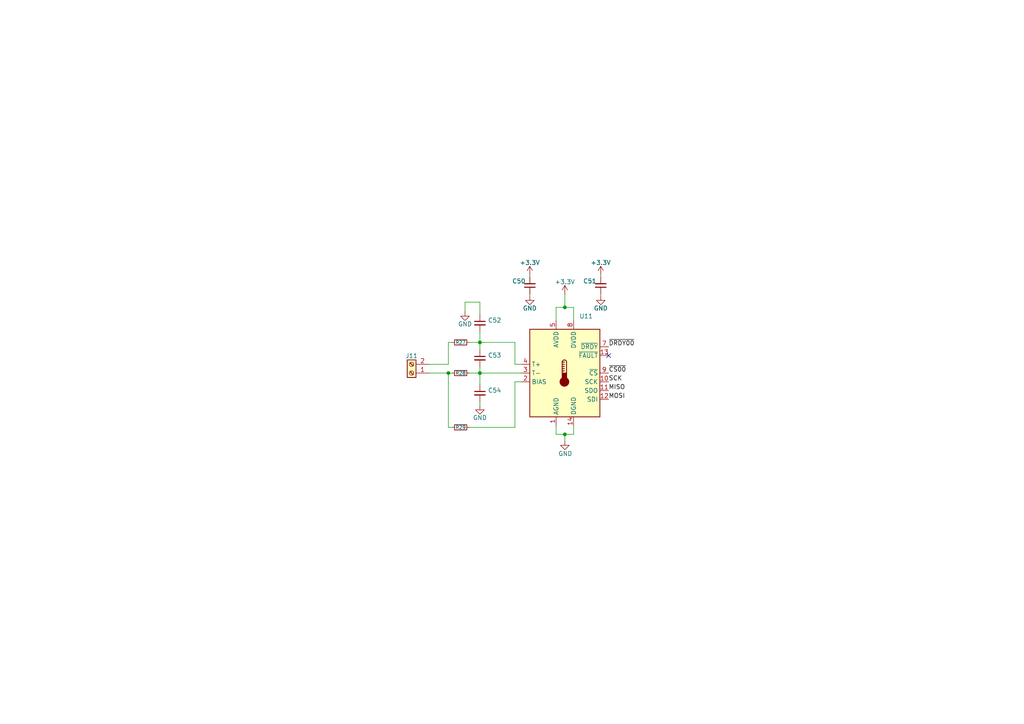
<source format=kicad_sch>
(kicad_sch (version 20211123) (generator eeschema)
  (paper "A4")
  (lib_symbols
    (symbol "Connector:Screw_Terminal_01x02" (pin_names (offset 1.016) hide)
      (property "Reference" "J" (at 0 2.54 0))
      (property "Value" "Screw_Terminal_01x02" (at 0 -5.08 0))
      (symbol "Screw_Terminal_01x02_1_1"
        (rectangle (start -1.27 1.27) (end 1.27 -3.81) (stroke (width 0.254)) (fill (type background)))
        (circle (center 0 -2.54) (radius 0.635) (stroke (width 0.1524)))
        (polyline (pts (xy -0.5334 -2.2098) (xy 0.3302 -3.048)) (stroke (width 0.1524)))
        (polyline (pts (xy -0.5334 0.3302) (xy 0.3302 -0.508)) (stroke (width 0.1524)))
        (polyline (pts (xy -0.3556 -2.032) (xy 0.508 -2.8702)) (stroke (width 0.1524)))
        (polyline (pts (xy -0.3556 0.508) (xy 0.508 -0.3302)) (stroke (width 0.1524)))
        (circle (center 0 0) (radius 0.635) (stroke (width 0.1524)))
        (pin passive line (at -5.08 0 0) (length 3.81) (name "Pin_1") (number "1"))
        (pin passive line (at -5.08 -2.54 0) (length 3.81) (name "Pin_2") (number "2"))
      )
    )
    (symbol "Device:C_Small" (pin_numbers hide) (pin_names (offset 0.254) hide)
      (property "Reference" "C" (at 0.254 1.778 0))
      (property "Value" "C_Small" (at 0.254 -2.032 0))
      (symbol "C_Small_0_1"
        (polyline (pts (xy -1.524 -0.508) (xy 1.524 -0.508)) (stroke (width 0.3302)))
        (polyline (pts (xy -1.524 0.508) (xy 1.524 0.508)) (stroke (width 0.3048)))
      )
      (symbol "C_Small_1_1"
        (pin passive line (at 0 2.54 270) (length 2.032) (name "~") (number "1"))
        (pin passive line (at 0 -2.54 90) (length 2.032) (name "~") (number "2"))
      )
    )
    (symbol "Device:R_Small" (pin_numbers hide) (pin_names (offset 0.254) hide)
      (property "Reference" "R" (at 0.762 0.508 0))
      (property "Value" "R_Small" (at 0.762 -1.016 0))
      (symbol "R_Small_0_1"
        (rectangle (start -0.762 1.778) (end 0.762 -1.778) (stroke (width 0.2032)))
      )
      (symbol "R_Small_1_1"
        (pin passive line (at 0 2.54 270) (length 0.762) (name "~") (number "1"))
        (pin passive line (at 0 -2.54 90) (length 0.762) (name "~") (number "2"))
      )
    )
    (symbol "Sensor_Temperature:MAX31856"
      (property "Reference" "U" (at -7.62 13.97 0))
      (property "Value" "MAX31856" (at 13.97 13.97 0))
      (symbol "MAX31856_0_1"
        (rectangle (start -10.16 12.7) (end 10.16 -12.7) (stroke (width 0.254)) (fill (type background)))
        (circle (center -0.127 -2.54) (radius 1.27) (stroke (width 0.254)) (fill (type outline)))
        (polyline (pts (xy -0.762 0.635) (xy -0.127 0.635)) (stroke (width 0.254)))
        (polyline (pts (xy -0.762 1.27) (xy -0.127 1.27)) (stroke (width 0.254)))
        (polyline (pts (xy -0.762 1.905) (xy -0.127 1.905)) (stroke (width 0.254)))
        (polyline (pts (xy -0.762 2.54) (xy -0.127 2.54)) (stroke (width 0.254)))
        (polyline (pts (xy -0.762 3.175) (xy -0.762 0)) (stroke (width 0.254)))
        (polyline (pts (xy -0.762 3.175) (xy -0.127 3.175)) (stroke (width 0.254)))
        (polyline (pts (xy 0.508 3.175) (xy 0.508 0)) (stroke (width 0.254)))
        (rectangle (start 0.508 -1.905) (end -0.762 0) (stroke (width 0.254)) (fill (type outline)))
        (arc (start 0.508 3.175) (mid -0.127 3.81) (end -0.762 3.175) (stroke (width 0.254)))
      )
      (symbol "MAX31856_1_1"
        (pin power_in line (at -2.54 -15.24 90) (length 2.54) (name "AGND") (number "1"))
        (pin input line (at 12.7 -2.54 180) (length 2.54) (name "SCK") (number "10"))
        (pin output line (at 12.7 -5.08 180) (length 2.54) (name "SDO") (number "11"))
        (pin input line (at 12.7 -7.62 180) (length 2.54) (name "SDI") (number "12"))
        (pin output line (at 12.7 5.08 180) (length 2.54) (name "~{FAULT}") (number "13"))
        (pin power_in line (at 2.54 -15.24 90) (length 2.54) (name "DGND") (number "14"))
        (pin input line (at -12.7 -2.54 0) (length 2.54) (name "BIAS") (number "2"))
        (pin input line (at -12.7 0 0) (length 2.54) (name "T-") (number "3"))
        (pin input line (at -12.7 2.54 0) (length 2.54) (name "T+") (number "4"))
        (pin power_in line (at -2.54 15.24 270) (length 2.54) (name "AVDD") (number "5"))
        (pin no_connect line (at -10.16 -7.62 0) (length 2.54) hide (name "DNC") (number "6"))
        (pin output line (at 12.7 7.62 180) (length 2.54) (name "~{DRDY}") (number "7"))
        (pin power_in line (at 2.54 15.24 270) (length 2.54) (name "DVDD") (number "8"))
        (pin input line (at 12.7 0 180) (length 2.54) (name "~{CS}") (number "9"))
      )
    )
    (symbol "power:+3.3V" (power) (pin_names (offset 0))
      (property "Value" "+3.3V" (at 0 3.556 0))
      (symbol "+3.3V_0_1"
        (polyline (pts (xy -0.762 1.27) (xy 0 2.54)))
        (polyline (pts (xy 0 0) (xy 0 2.54)))
        (polyline (pts (xy 0 2.54) (xy 0.762 1.27)))
      )
      (symbol "+3.3V_1_1"
        (pin power_in line (at 0 0 90) (length 0) hide (name "+3.3V") (number "1"))
      )
    )
    (symbol "power:GND" (power) (pin_names (offset 0))
      (property "Value" "GND" (at 0 -3.81 0))
      (symbol "GND_0_1"
        (polyline (pts (xy 0 0) (xy 0 -1.27) (xy 1.27 -1.27) (xy 0 -2.54) (xy -1.27 -1.27) (xy 0 -1.27)))
      )
      (symbol "GND_1_1"
        (pin power_in line (at 0 0 270) (length 0) hide (name "GND") (number "1"))
      )
    )
  )
  (junction (at 130.048 108.204))
  (junction (at 163.83 125.984))
  (junction (at 139.192 108.204))
  (junction (at 139.192 99.314))
  (junction (at 163.83 89.154))
  (no_connect (at 176.53 103.124))
  (wire (pts (xy 163.83 89.154) (xy 166.37 89.154)))
  (wire (pts (xy 163.83 85.344) (xy 163.83 89.154)))
  (wire (pts (xy 130.048 99.314) (xy 131.064 99.314)))
  (wire (pts (xy 130.048 123.952) (xy 131.064 123.952)))
  (wire (pts (xy 139.192 116.586) (xy 139.192 117.602)))
  (wire (pts (xy 139.192 108.204) (xy 139.192 111.506)))
  (wire (pts (xy 139.192 108.204) (xy 151.13 108.204)))
  (wire (pts (xy 151.13 105.664) (xy 149.352 105.664)))
  (wire (pts (xy 174.244 79.756) (xy 174.244 80.264)))
  (wire (pts (xy 149.352 105.664) (xy 149.352 99.314)))
  (wire (pts (xy 149.352 123.952) (xy 136.144 123.952)))
  (wire (pts (xy 153.67 85.344) (xy 153.67 85.852)))
  (wire (pts (xy 124.46 108.204) (xy 130.048 108.204)))
  (wire (pts (xy 163.83 125.984) (xy 163.83 127.889)))
  (wire (pts (xy 124.46 105.664) (xy 130.048 105.664)))
  (wire (pts (xy 149.352 110.744) (xy 149.352 123.952)))
  (wire (pts (xy 136.144 108.204) (xy 139.192 108.204)))
  (wire (pts (xy 139.192 99.314) (xy 139.192 101.346)))
  (wire (pts (xy 130.048 108.204) (xy 131.064 108.204)))
  (wire (pts (xy 134.874 87.63) (xy 134.874 90.424)))
  (wire (pts (xy 130.048 108.204) (xy 130.048 123.952)))
  (wire (pts (xy 161.29 92.964) (xy 161.29 89.154)))
  (wire (pts (xy 139.192 106.426) (xy 139.192 108.204)))
  (wire (pts (xy 139.192 87.63) (xy 134.874 87.63)))
  (wire (pts (xy 139.192 96.266) (xy 139.192 99.314)))
  (wire (pts (xy 136.144 99.314) (xy 139.192 99.314)))
  (wire (pts (xy 130.048 99.314) (xy 130.048 105.664)))
  (wire (pts (xy 174.244 85.344) (xy 174.244 85.852)))
  (wire (pts (xy 166.37 89.154) (xy 166.37 92.964)))
  (wire (pts (xy 166.37 125.984) (xy 166.37 123.444)))
  (wire (pts (xy 161.29 123.444) (xy 161.29 125.984)))
  (wire (pts (xy 151.13 110.744) (xy 149.352 110.744)))
  (wire (pts (xy 163.83 125.984) (xy 166.37 125.984)))
  (wire (pts (xy 139.192 91.186) (xy 139.192 87.63)))
  (wire (pts (xy 161.29 89.154) (xy 163.83 89.154)))
  (wire (pts (xy 161.29 125.984) (xy 163.83 125.984)))
  (wire (pts (xy 153.67 79.756) (xy 153.67 80.264)))
  (wire (pts (xy 149.352 99.314) (xy 139.192 99.314)))
  (label "~{CS00}" (at 176.53 108.204 0))
  (label "SCK" (at 176.53 110.744 0))
  (label "MISO" (at 176.53 113.284 0))
  (label "MOSI" (at 176.53 115.824 0))
  (label "~{DRDY00}" (at 176.53 100.584 0))
  (symbol (lib_id "power:GND") (at 153.67 85.852 0) (mirror y) (unit 1)
    (property "Reference" "#PWR083" (effects hide))
  )
  (symbol (lib_id "power:GND") (at 134.874 90.424 0) (mirror y) (unit 1)
    (property "Reference" "#PWR085" (effects hide))
  )
  (symbol (lib_id "Device:R_Small") (at 133.604 108.204 90) (unit 1)
    (property "Reference" "R28" (at 133.604 108.204 90) (effects (font (size 1 1))))
  )
  (symbol (lib_id "Sensor_Temperature:MAX31856") (at 163.83 108.204 0) (unit 1)
    (property "Reference" "U11" (at 168.021 91.6971 0) (effects (justify left)))
    (property "Datasheet" "https://datasheets.maximintegrated.com/en/ds/MAX31856.pdf" (effects hide))
  )
  (symbol (lib_id "Connector:Screw_Terminal_01x02") (at 119.38 108.204 180) (unit 1)
    (property "Reference" "J11" (at 119.38 103.2312 0))
  )
  (symbol (lib_id "power:+3.3V") (at 174.244 79.756 0) (unit 1)
    (property "Reference" "#PWR081" (effects hide))
  )
  (symbol (lib_id "Device:R_Small") (at 133.604 99.314 90) (unit 1)
    (property "Reference" "R27" (at 133.604 99.314 90) (effects (font (size 1 1))))
  )
  (symbol (lib_id "Device:C_Small") (at 139.192 103.886 0) (unit 1)
    (property "Reference" "C53" (at 141.5161 103.0576 0) (effects (justify left)))
  )
  (symbol (lib_id "power:+3.3V") (at 153.67 79.756 0) (unit 1)
    (property "Reference" "#PWR080" (effects hide))
  )
  (symbol (lib_id "Device:C_Small") (at 153.67 82.804 0) (mirror x) (unit 1)
    (property "Reference" "C50" (at 150.495 81.534 0))
  )
  (symbol (lib_id "Device:R_Small") (at 133.604 123.952 90) (unit 1)
    (property "Reference" "R29" (at 133.604 123.952 90) (effects (font (size 1 1))))
  )
  (symbol (lib_id "Device:C_Small") (at 139.192 93.726 0) (unit 1)
    (property "Reference" "C52" (at 141.5161 92.8976 0) (effects (justify left)))
  )
  (symbol (lib_id "power:GND") (at 163.83 127.889 0) (unit 1)
    (property "Reference" "#PWR087" (effects hide))
  )
  (symbol (lib_id "Device:C_Small") (at 139.192 114.046 0) (unit 1)
    (property "Reference" "C54" (at 141.5161 113.2176 0) (effects (justify left)))
  )
  (symbol (lib_id "power:GND") (at 139.192 117.602 0) (mirror y) (unit 1)
    (property "Reference" "#PWR086" (effects hide))
  )
  (symbol (lib_id "power:GND") (at 174.244 85.852 0) (mirror y) (unit 1)
    (property "Reference" "#PWR084" (effects hide))
  )
  (symbol (lib_id "power:+3.3V") (at 163.83 85.344 0) (unit 1)
    (property "Reference" "#PWR082" (effects hide))
  )
  (symbol (lib_id "Device:C_Small") (at 174.244 82.804 0) (mirror x) (unit 1)
    (property "Reference" "C51" (at 171.069 81.534 0))
  )
)
</source>
